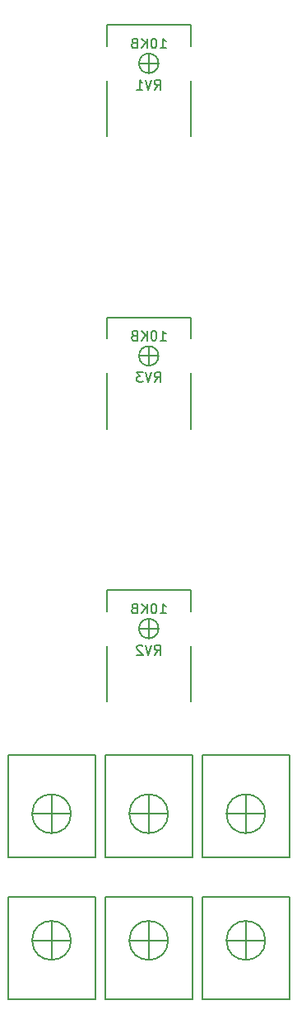
<source format=gbr>
G04 #@! TF.GenerationSoftware,KiCad,Pcbnew,(6.0.0)*
G04 #@! TF.CreationDate,2022-01-12T09:15:57-08:00*
G04 #@! TF.ProjectId,VCF,5643462e-6b69-4636-9164-5f7063625858,rev?*
G04 #@! TF.SameCoordinates,Original*
G04 #@! TF.FileFunction,Legend,Bot*
G04 #@! TF.FilePolarity,Positive*
%FSLAX46Y46*%
G04 Gerber Fmt 4.6, Leading zero omitted, Abs format (unit mm)*
G04 Created by KiCad (PCBNEW (6.0.0)) date 2022-01-12 09:15:57*
%MOMM*%
%LPD*%
G01*
G04 APERTURE LIST*
%ADD10C,0.150000*%
G04 APERTURE END LIST*
D10*
X14595238Y94297619D02*
X14928571Y94773809D01*
X15166666Y94297619D02*
X15166666Y95297619D01*
X14785714Y95297619D01*
X14690476Y95250000D01*
X14642857Y95202380D01*
X14595238Y95107142D01*
X14595238Y94964285D01*
X14642857Y94869047D01*
X14690476Y94821428D01*
X14785714Y94773809D01*
X15166666Y94773809D01*
X14309523Y95297619D02*
X13976190Y94297619D01*
X13642857Y95297619D01*
X12785714Y94297619D02*
X13357142Y94297619D01*
X13071428Y94297619D02*
X13071428Y95297619D01*
X13166666Y95154761D01*
X13261904Y95059523D01*
X13357142Y95011904D01*
X15190476Y98547619D02*
X15761904Y98547619D01*
X15476190Y98547619D02*
X15476190Y99547619D01*
X15571428Y99404761D01*
X15666666Y99309523D01*
X15761904Y99261904D01*
X14571428Y99547619D02*
X14476190Y99547619D01*
X14380952Y99500000D01*
X14333333Y99452380D01*
X14285714Y99357142D01*
X14238095Y99166666D01*
X14238095Y98928571D01*
X14285714Y98738095D01*
X14333333Y98642857D01*
X14380952Y98595238D01*
X14476190Y98547619D01*
X14571428Y98547619D01*
X14666666Y98595238D01*
X14714285Y98642857D01*
X14761904Y98738095D01*
X14809523Y98928571D01*
X14809523Y99166666D01*
X14761904Y99357142D01*
X14714285Y99452380D01*
X14666666Y99500000D01*
X14571428Y99547619D01*
X13809523Y98547619D02*
X13809523Y99547619D01*
X13238095Y98547619D02*
X13666666Y99119047D01*
X13238095Y99547619D02*
X13809523Y98976190D01*
X12476190Y99071428D02*
X12333333Y99023809D01*
X12285714Y98976190D01*
X12238095Y98880952D01*
X12238095Y98738095D01*
X12285714Y98642857D01*
X12333333Y98595238D01*
X12428571Y98547619D01*
X12809523Y98547619D01*
X12809523Y99547619D01*
X12476190Y99547619D01*
X12380952Y99500000D01*
X12333333Y99452380D01*
X12285714Y99357142D01*
X12285714Y99261904D01*
X12333333Y99166666D01*
X12380952Y99119047D01*
X12476190Y99071428D01*
X12809523Y99071428D01*
X14595238Y36297619D02*
X14928571Y36773809D01*
X15166666Y36297619D02*
X15166666Y37297619D01*
X14785714Y37297619D01*
X14690476Y37250000D01*
X14642857Y37202380D01*
X14595238Y37107142D01*
X14595238Y36964285D01*
X14642857Y36869047D01*
X14690476Y36821428D01*
X14785714Y36773809D01*
X15166666Y36773809D01*
X14309523Y37297619D02*
X13976190Y36297619D01*
X13642857Y37297619D01*
X13357142Y37202380D02*
X13309523Y37250000D01*
X13214285Y37297619D01*
X12976190Y37297619D01*
X12880952Y37250000D01*
X12833333Y37202380D01*
X12785714Y37107142D01*
X12785714Y37011904D01*
X12833333Y36869047D01*
X13404761Y36297619D01*
X12785714Y36297619D01*
X15190476Y40547619D02*
X15761904Y40547619D01*
X15476190Y40547619D02*
X15476190Y41547619D01*
X15571428Y41404761D01*
X15666666Y41309523D01*
X15761904Y41261904D01*
X14571428Y41547619D02*
X14476190Y41547619D01*
X14380952Y41500000D01*
X14333333Y41452380D01*
X14285714Y41357142D01*
X14238095Y41166666D01*
X14238095Y40928571D01*
X14285714Y40738095D01*
X14333333Y40642857D01*
X14380952Y40595238D01*
X14476190Y40547619D01*
X14571428Y40547619D01*
X14666666Y40595238D01*
X14714285Y40642857D01*
X14761904Y40738095D01*
X14809523Y40928571D01*
X14809523Y41166666D01*
X14761904Y41357142D01*
X14714285Y41452380D01*
X14666666Y41500000D01*
X14571428Y41547619D01*
X13809523Y40547619D02*
X13809523Y41547619D01*
X13238095Y40547619D02*
X13666666Y41119047D01*
X13238095Y41547619D02*
X13809523Y40976190D01*
X12476190Y41071428D02*
X12333333Y41023809D01*
X12285714Y40976190D01*
X12238095Y40880952D01*
X12238095Y40738095D01*
X12285714Y40642857D01*
X12333333Y40595238D01*
X12428571Y40547619D01*
X12809523Y40547619D01*
X12809523Y41547619D01*
X12476190Y41547619D01*
X12380952Y41500000D01*
X12333333Y41452380D01*
X12285714Y41357142D01*
X12285714Y41261904D01*
X12333333Y41166666D01*
X12380952Y41119047D01*
X12476190Y41071428D01*
X12809523Y41071428D01*
X14595238Y64297619D02*
X14928571Y64773809D01*
X15166666Y64297619D02*
X15166666Y65297619D01*
X14785714Y65297619D01*
X14690476Y65250000D01*
X14642857Y65202380D01*
X14595238Y65107142D01*
X14595238Y64964285D01*
X14642857Y64869047D01*
X14690476Y64821428D01*
X14785714Y64773809D01*
X15166666Y64773809D01*
X14309523Y65297619D02*
X13976190Y64297619D01*
X13642857Y65297619D01*
X13404761Y65297619D02*
X12785714Y65297619D01*
X13119047Y64916666D01*
X12976190Y64916666D01*
X12880952Y64869047D01*
X12833333Y64821428D01*
X12785714Y64726190D01*
X12785714Y64488095D01*
X12833333Y64392857D01*
X12880952Y64345238D01*
X12976190Y64297619D01*
X13261904Y64297619D01*
X13357142Y64345238D01*
X13404761Y64392857D01*
X15190476Y68547619D02*
X15761904Y68547619D01*
X15476190Y68547619D02*
X15476190Y69547619D01*
X15571428Y69404761D01*
X15666666Y69309523D01*
X15761904Y69261904D01*
X14571428Y69547619D02*
X14476190Y69547619D01*
X14380952Y69500000D01*
X14333333Y69452380D01*
X14285714Y69357142D01*
X14238095Y69166666D01*
X14238095Y68928571D01*
X14285714Y68738095D01*
X14333333Y68642857D01*
X14380952Y68595238D01*
X14476190Y68547619D01*
X14571428Y68547619D01*
X14666666Y68595238D01*
X14714285Y68642857D01*
X14761904Y68738095D01*
X14809523Y68928571D01*
X14809523Y69166666D01*
X14761904Y69357142D01*
X14714285Y69452380D01*
X14666666Y69500000D01*
X14571428Y69547619D01*
X13809523Y68547619D02*
X13809523Y69547619D01*
X13238095Y68547619D02*
X13666666Y69119047D01*
X13238095Y69547619D02*
X13809523Y68976190D01*
X12476190Y69071428D02*
X12333333Y69023809D01*
X12285714Y68976190D01*
X12238095Y68880952D01*
X12238095Y68738095D01*
X12285714Y68642857D01*
X12333333Y68595238D01*
X12428571Y68547619D01*
X12809523Y68547619D01*
X12809523Y69547619D01*
X12476190Y69547619D01*
X12380952Y69500000D01*
X12333333Y69452380D01*
X12285714Y69357142D01*
X12285714Y69261904D01*
X12333333Y69166666D01*
X12380952Y69119047D01*
X12476190Y69071428D01*
X12809523Y69071428D01*
X28500000Y1000000D02*
X28500000Y11500000D01*
X24000000Y9000000D02*
X24000000Y5000000D01*
X28500000Y1000000D02*
X19500000Y1000000D01*
X28500000Y11500000D02*
X19500000Y11500000D01*
X19500000Y11500000D02*
X19500000Y1000000D01*
X26000000Y7000000D02*
X22000000Y7000000D01*
X26000000Y7000000D02*
G75*
G03*
X26000000Y7000000I-2000000J0D01*
G01*
X22000000Y20000000D02*
X26000000Y20000000D01*
X28500000Y15500000D02*
X28500000Y26000000D01*
X19500000Y26000000D02*
X28500000Y26000000D01*
X24000000Y18000000D02*
X24000000Y22000000D01*
X19500000Y26000000D02*
X19500000Y15500000D01*
X19500000Y15500000D02*
X28500000Y15500000D01*
X26000000Y20000000D02*
G75*
G03*
X26000000Y20000000I-2000000J0D01*
G01*
X16000000Y7000000D02*
X12000000Y7000000D01*
X18500000Y11500000D02*
X9500000Y11500000D01*
X18500000Y1000000D02*
X18500000Y11500000D01*
X18500000Y1000000D02*
X9500000Y1000000D01*
X9500000Y11500000D02*
X9500000Y1000000D01*
X14000000Y9000000D02*
X14000000Y5000000D01*
X16000000Y7000000D02*
G75*
G03*
X16000000Y7000000I-2000000J0D01*
G01*
X6000000Y20000000D02*
G75*
G03*
X6000000Y20000000I-2000000J0D01*
G01*
X4000000Y18000000D02*
X4000000Y22000000D01*
X8500000Y15500000D02*
X8500000Y26000000D01*
X-500000Y26000000D02*
X-500000Y15500000D01*
X-500000Y26000000D02*
X8500000Y26000000D01*
X-500000Y15500000D02*
X8500000Y15500000D01*
X2000000Y20000000D02*
X6000000Y20000000D01*
X-500000Y11500000D02*
X-500000Y1000000D01*
X8500000Y11500000D02*
X-500000Y11500000D01*
X8500000Y1000000D02*
X-500000Y1000000D01*
X6000000Y7000000D02*
X2000000Y7000000D01*
X4000000Y9000000D02*
X4000000Y5000000D01*
X8500000Y1000000D02*
X8500000Y11500000D01*
X6000000Y7000000D02*
G75*
G03*
X6000000Y7000000I-2000000J0D01*
G01*
X18318000Y100935000D02*
X18318000Y98776000D01*
X15000000Y96998000D02*
X13000000Y96998000D01*
X9682000Y89505000D02*
X9682000Y95220000D01*
X14000000Y97998000D02*
X14000000Y95998000D01*
X18318000Y89505000D02*
X18318000Y95220000D01*
X9682000Y100935000D02*
X18318000Y100935000D01*
X9682000Y100935000D02*
X9682000Y98776000D01*
X15000000Y96998000D02*
G75*
G03*
X15000000Y96998000I-1000000J0D01*
G01*
X12000000Y20000000D02*
X16000000Y20000000D01*
X9500000Y26000000D02*
X9500000Y15500000D01*
X14000000Y18000000D02*
X14000000Y22000000D01*
X9500000Y26000000D02*
X18500000Y26000000D01*
X18500000Y15500000D02*
X18500000Y26000000D01*
X9500000Y15500000D02*
X18500000Y15500000D01*
X16000000Y20000000D02*
G75*
G03*
X16000000Y20000000I-2000000J0D01*
G01*
X15000000Y38998000D02*
G75*
G03*
X15000000Y38998000I-1000000J0D01*
G01*
X9682000Y42935000D02*
X9682000Y40776000D01*
X9682000Y42935000D02*
X18318000Y42935000D01*
X14000000Y39998000D02*
X14000000Y37998000D01*
X18318000Y42935000D02*
X18318000Y40776000D01*
X15000000Y38998000D02*
X13000000Y38998000D01*
X9682000Y31505000D02*
X9682000Y37220000D01*
X18318000Y31505000D02*
X18318000Y37220000D01*
X15000000Y66975500D02*
G75*
G03*
X15000000Y66975500I-1000000J0D01*
G01*
X14000000Y67975500D02*
X14000000Y65975500D01*
X9682000Y59482500D02*
X9682000Y65197500D01*
X9682000Y70912500D02*
X9682000Y68753500D01*
X9682000Y70912500D02*
X18318000Y70912500D01*
X15000000Y66975500D02*
X13000000Y66975500D01*
X18318000Y70912500D02*
X18318000Y68753500D01*
X18318000Y59482500D02*
X18318000Y65197500D01*
M02*

</source>
